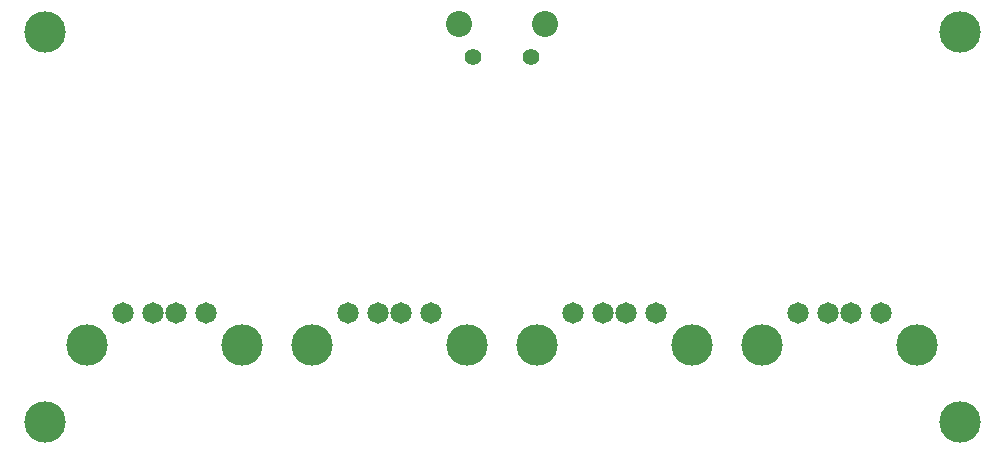
<source format=gbs>
G75*
%MOIN*%
%OFA0B0*%
%FSLAX24Y24*%
%IPPOS*%
%LPD*%
%AMOC8*
5,1,8,0,0,1.08239X$1,22.5*
%
%ADD10C,0.0714*%
%ADD11C,0.1380*%
%ADD12C,0.0556*%
%ADD13C,0.0867*%
D10*
X003847Y010714D03*
X004831Y010714D03*
X005619Y010714D03*
X006603Y010714D03*
X011347Y010714D03*
X012331Y010714D03*
X013119Y010714D03*
X014103Y010714D03*
X018847Y010714D03*
X019831Y010714D03*
X020619Y010714D03*
X021603Y010714D03*
X026347Y010714D03*
X027331Y010714D03*
X028119Y010714D03*
X029103Y010714D03*
D11*
X001225Y007100D03*
X002638Y009647D03*
X007812Y009647D03*
X010138Y009647D03*
X015312Y009647D03*
X017638Y009647D03*
X022812Y009647D03*
X025138Y009647D03*
X030312Y009647D03*
X031725Y007100D03*
X031725Y020100D03*
X001225Y020100D03*
D12*
X015520Y019248D03*
X017430Y019248D03*
D13*
X017896Y020350D03*
X015054Y020350D03*
M02*

</source>
